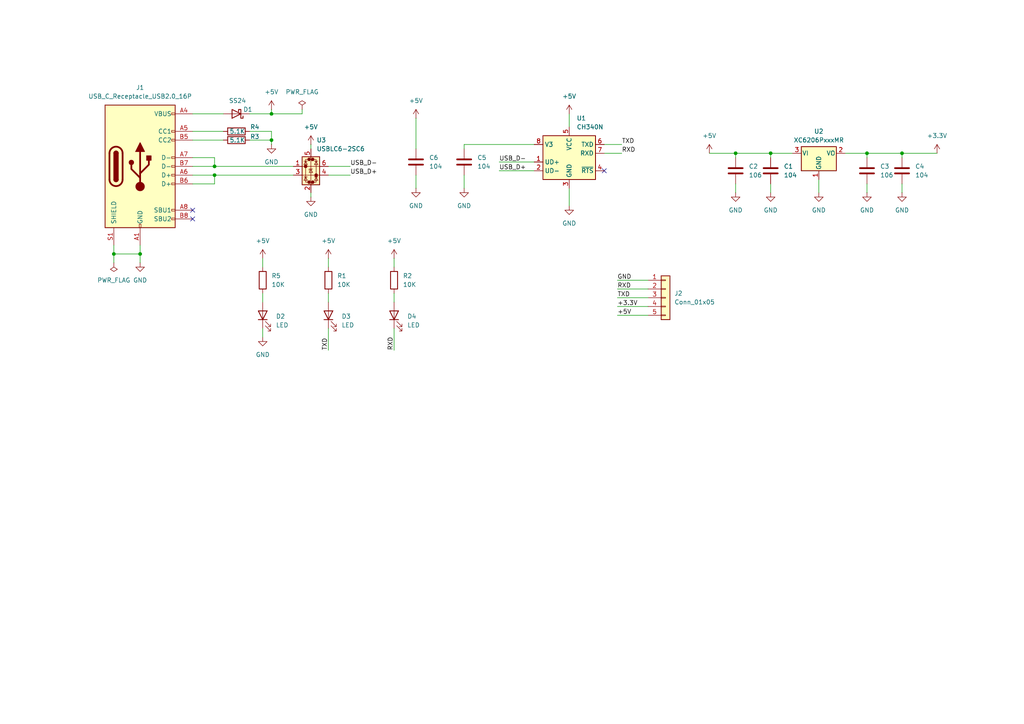
<source format=kicad_sch>
(kicad_sch (version 20250114) (generator "eeschema") (generator_version "9.0")
  (paper "A4")
  (title_block (title "USB_TTL"))
  (lib_symbols
    (symbol "Connector:USB_C_Receptacle_USB2.0_16P" (pin_names (offset 1.016))
      (property "Reference" "J" (at 0 22.225 0))
      (property "Value" "USB_C_Receptacle_USB2.0_16P" (at 0 19.685 0))
      (symbol "USB_C_Receptacle_USB2.0_16P_0_0"
        (rectangle (start -0.254 -17.78) (end 0.254 -16.764))
        (rectangle (start 10.16 15.494) (end 9.144 14.986))
        (rectangle (start 10.16 10.414) (end 9.144 9.906))
        (rectangle (start 10.16 7.874) (end 9.144 7.366))
        (rectangle (start 10.16 2.794) (end 9.144 2.286))
        (rectangle (start 10.16 0.254) (end 9.144 -0.254))
        (rectangle (start 10.16 -2.286) (end 9.144 -2.794))
        (rectangle (start 10.16 -4.826) (end 9.144 -5.334))
        (rectangle (start 10.16 -12.446) (end 9.144 -12.954))
        (rectangle (start 10.16 -14.986) (end 9.144 -15.494))
      )
      (symbol "USB_C_Receptacle_USB2.0_16P_0_1"
        (rectangle (start -10.16 17.78) (end 10.16 -17.78) (stroke (width 0.254)) (fill (type background)))
        (polyline (pts (xy -8.89 -3.81) (xy -8.89 3.81)) (stroke (width 0.508)))
        (rectangle (start -7.62 -3.81) (end -6.35 3.81) (stroke (width 0.254)) (fill (type outline)))
        (arc (start -7.62 3.81) (mid -6.985 4.4423) (end -6.35 3.81) (stroke (width 0.254)))
        (arc (start -7.62 3.81) (mid -6.985 4.4423) (end -6.35 3.81) (stroke (width 0.254)) (fill (type outline)))
        (arc (start -8.89 3.81) (mid -6.985 5.7067) (end -5.08 3.81) (stroke (width 0.508)))
        (arc (start -5.08 -3.81) (mid -6.985 -5.7067) (end -8.89 -3.81) (stroke (width 0.508)))
        (arc (start -6.35 -3.81) (mid -6.985 -4.4423) (end -7.62 -3.81) (stroke (width 0.254)))
        (arc (start -6.35 -3.81) (mid -6.985 -4.4423) (end -7.62 -3.81) (stroke (width 0.254)) (fill (type outline)))
        (polyline (pts (xy -5.08 3.81) (xy -5.08 -3.81)) (stroke (width 0.508)))
        (circle (center -2.54 1.143) (radius 0.635) (stroke (width 0.254)) (fill (type outline)))
        (polyline (pts (xy -1.27 4.318) (xy 0 6.858) (xy 1.27 4.318) (xy -1.27 4.318)) (stroke (width 0.254)) (fill (type outline)))
        (polyline (pts (xy 0 -2.032) (xy 2.54 0.508) (xy 2.54 1.778)) (stroke (width 0.508)))
        (polyline (pts (xy 0 -3.302) (xy -2.54 -0.762) (xy -2.54 0.508)) (stroke (width 0.508)))
        (polyline (pts (xy 0 -5.842) (xy 0 4.318)) (stroke (width 0.508)))
        (circle (center 0 -5.842) (radius 1.27) (fill (type outline)))
        (rectangle (start 1.905 1.778) (end 3.175 3.048) (stroke (width 0.254)) (fill (type outline)))
      )
      (symbol "USB_C_Receptacle_USB2.0_16P_1_1"
        (pin passive line (at -7.62 -22.86 90) (length 5.08) (name "SHIELD") (number "S1"))
        (pin passive line (at 0 -22.86 90) (length 5.08) (name "GND") (number "A1"))
        (pin passive line (at 0 -22.86 90) (length 5.08) (hide yes) (name "GND") (number "A12"))
        (pin passive line (at 0 -22.86 90) (length 5.08) (hide yes) (name "GND") (number "B1"))
        (pin passive line (at 0 -22.86 90) (length 5.08) (hide yes) (name "GND") (number "B12"))
        (pin passive line (at 15.24 15.24 180) (length 5.08) (name "VBUS") (number "A4"))
        (pin passive line (at 15.24 15.24 180) (length 5.08) (hide yes) (name "VBUS") (number "A9"))
        (pin passive line (at 15.24 15.24 180) (length 5.08) (hide yes) (name "VBUS") (number "B4"))
        (pin passive line (at 15.24 15.24 180) (length 5.08) (hide yes) (name "VBUS") (number "B9"))
        (pin bidirectional line (at 15.24 10.16 180) (length 5.08) (name "CC1") (number "A5"))
        (pin bidirectional line (at 15.24 7.62 180) (length 5.08) (name "CC2") (number "B5"))
        (pin bidirectional line (at 15.24 2.54 180) (length 5.08) (name "D-") (number "A7"))
        (pin bidirectional line (at 15.24 0 180) (length 5.08) (name "D-") (number "B7"))
        (pin bidirectional line (at 15.24 -2.54 180) (length 5.08) (name "D+") (number "A6"))
        (pin bidirectional line (at 15.24 -5.08 180) (length 5.08) (name "D+") (number "B6"))
        (pin bidirectional line (at 15.24 -12.7 180) (length 5.08) (name "SBU1") (number "A8"))
        (pin bidirectional line (at 15.24 -15.24 180) (length 5.08) (name "SBU2") (number "B8"))
      )
    )
    (symbol "Connector_Generic:Conn_01x05" (pin_names (offset 1.016) (hide yes))
      (property "Reference" "J" (at 0 7.62 0))
      (property "Value" "Conn_01x05" (at 0 -7.62 0))
      (symbol "Conn_01x05_1_1"
        (rectangle (start -1.27 6.35) (end 1.27 -6.35) (stroke (width 0.254)) (fill (type background)))
        (rectangle (start -1.27 5.207) (end 0 4.953) (stroke (width 0.1524)))
        (rectangle (start -1.27 2.667) (end 0 2.413) (stroke (width 0.1524)))
        (rectangle (start -1.27 0.127) (end 0 -0.127) (stroke (width 0.1524)))
        (rectangle (start -1.27 -2.413) (end 0 -2.667) (stroke (width 0.1524)))
        (rectangle (start -1.27 -4.953) (end 0 -5.207) (stroke (width 0.1524)))
        (pin passive line (at -5.08 5.08 0) (length 3.81) (name "Pin_1") (number "1"))
        (pin passive line (at -5.08 2.54 0) (length 3.81) (name "Pin_2") (number "2"))
        (pin passive line (at -5.08 0 0) (length 3.81) (name "Pin_3") (number "3"))
        (pin passive line (at -5.08 -2.54 0) (length 3.81) (name "Pin_4") (number "4"))
        (pin passive line (at -5.08 -5.08 0) (length 3.81) (name "Pin_5") (number "5"))
      )
    )
    (symbol "Device:C" (pin_numbers (hide yes)) (pin_names (offset 0.254))
      (property "Reference" "C" (at 0.635 2.54 0))
      (property "Value" "C" (at 0.635 -2.54 0))
      (symbol "C_0_1"
        (polyline (pts (xy -2.032 0.762) (xy 2.032 0.762)) (stroke (width 0.508)))
        (polyline (pts (xy -2.032 -0.762) (xy 2.032 -0.762)) (stroke (width 0.508)))
      )
      (symbol "C_1_1"
        (pin passive line (at 0 3.81 270) (length 2.794) (name "~") (number "1"))
        (pin passive line (at 0 -3.81 90) (length 2.794) (name "~") (number "2"))
      )
    )
    (symbol "Device:LED" (pin_numbers (hide yes)) (pin_names (offset 1.016) (hide yes))
      (property "Reference" "D" (at 0 2.54 0))
      (property "Value" "LED" (at 0 -2.54 0))
      (symbol "LED_0_1"
        (polyline (pts (xy -3.048 -0.762) (xy -4.572 -2.286) (xy -3.81 -2.286) (xy -4.572 -2.286) (xy -4.572 -1.524)))
        (polyline (pts (xy -1.778 -0.762) (xy -3.302 -2.286) (xy -2.54 -2.286) (xy -3.302 -2.286) (xy -3.302 -1.524)))
        (polyline (pts (xy -1.27 0) (xy 1.27 0)))
        (polyline (pts (xy -1.27 -1.27) (xy -1.27 1.27)) (stroke (width 0.254)))
        (polyline (pts (xy 1.27 -1.27) (xy 1.27 1.27) (xy -1.27 0) (xy 1.27 -1.27)) (stroke (width 0.254)))
      )
      (symbol "LED_1_1"
        (pin passive line (at -3.81 0 0) (length 2.54) (name "K") (number "1"))
        (pin passive line (at 3.81 0 180) (length 2.54) (name "A") (number "2"))
      )
    )
    (symbol "Device:R" (pin_numbers (hide yes)) (pin_names (offset 0))
      (property "Reference" "R" (at 2.032 0 90))
      (property "Value" "R" (at 0 0 90))
      (symbol "R_0_1"
        (rectangle (start -1.016 -2.54) (end 1.016 2.54) (stroke (width 0.254)))
      )
      (symbol "R_1_1"
        (pin passive line (at 0 3.81 270) (length 1.27) (name "~") (number "1"))
        (pin passive line (at 0 -3.81 90) (length 1.27) (name "~") (number "2"))
      )
    )
    (symbol "Diode:SS24" (pin_numbers (hide yes)) (pin_names (offset 1.016) (hide yes))
      (property "Reference" "D" (at 0 2.54 0))
      (property "Value" "SS24" (at 0 -2.54 0))
      (symbol "SS24_0_1"
        (polyline (pts (xy -1.905 0.635) (xy -1.905 1.27) (xy -1.27 1.27) (xy -1.27 -1.27) (xy -0.635 -1.27) (xy -0.635 -0.635)) (stroke (width 0.254)))
        (polyline (pts (xy 1.27 1.27) (xy 1.27 -1.27) (xy -1.27 0) (xy 1.27 1.27)) (stroke (width 0.254)))
        (polyline (pts (xy 1.27 0) (xy -1.27 0)))
      )
      (symbol "SS24_1_1"
        (pin passive line (at -3.81 0 0) (length 2.54) (name "K") (number "1"))
        (pin passive line (at 3.81 0 180) (length 2.54) (name "A") (number "2"))
      )
    )
    (symbol "Interface_USB:CH340N"
      (property "Reference" "U" (at -7.62 6.35 0))
      (property "Value" "CH340N" (at 7.62 6.35 0))
      (symbol "CH340N_0_1"
        (rectangle (start -7.62 5.08) (end 7.62 -7.62) (stroke (width 0.254)) (fill (type background)))
      )
      (symbol "CH340N_1_1"
        (pin passive line (at -10.16 2.54 0) (length 2.54) (name "V3") (number "8"))
        (pin bidirectional line (at -10.16 -2.54 0) (length 2.54) (name "UD+") (number "1"))
        (pin bidirectional line (at -10.16 -5.08 0) (length 2.54) (name "UD-") (number "2"))
        (pin power_in line (at 0 7.62 270) (length 2.54) (name "VCC") (number "5"))
        (pin power_in line (at 0 -10.16 90) (length 2.54) (name "GND") (number "3"))
        (pin output line (at 10.16 2.54 180) (length 2.54) (name "TXD") (number "6"))
        (pin input line (at 10.16 0 180) (length 2.54) (name "RXD") (number "7"))
        (pin output line (at 10.16 -5.08 180) (length 2.54) (name "~{RTS}") (number "4"))
      )
    )
    (symbol "Power_Protection:USBLC6-2SC6" (pin_names (hide yes))
      (property "Reference" "U" (at 0.635 5.715 0))
      (property "Value" "USBLC6-2SC6" (at 0.635 3.81 0))
      (symbol "USBLC6-2SC6_0_0"
        (circle (center -1.524 0) (radius 0.0001) (stroke (width 0.508)))
        (circle (center -0.508 2.032) (radius 0.0001) (stroke (width 0.508)))
        (circle (center -0.508 -4.572) (radius 0.0001) (stroke (width 0.508)))
        (circle (center 0.508 2.032) (radius 0.0001) (stroke (width 0.508)))
        (circle (center 0.508 -4.572) (radius 0.0001) (stroke (width 0.508)))
        (circle (center 1.524 -2.54) (radius 0.0001) (stroke (width 0.508)))
      )
      (symbol "USBLC6-2SC6_0_1"
        (polyline (pts (xy -2.54 0) (xy 2.54 0)))
        (polyline (pts (xy -2.54 -2.54) (xy 2.54 -2.54)))
        (polyline (pts (xy -2.032 0.508) (xy -1.016 0.508) (xy -1.524 1.524) (xy -2.032 0.508)))
        (polyline (pts (xy -2.032 -3.048) (xy -1.016 -3.048)))
        (polyline (pts (xy -1.016 1.524) (xy -2.032 1.524)))
        (polyline (pts (xy -1.016 -4.064) (xy -2.032 -4.064) (xy -1.524 -3.048) (xy -1.016 -4.064)))
        (polyline (pts (xy -0.508 -1.143) (xy -0.508 -0.762) (xy 0.508 -0.762)))
        (polyline (pts (xy 0 2.54) (xy -0.508 2.032) (xy 0.508 2.032) (xy 0 1.524) (xy 0 -4.064) (xy -0.508 -4.572) (xy 0.508 -4.572) (xy 0 -5.08)))
        (polyline (pts (xy 0.508 -1.778) (xy -0.508 -1.778) (xy 0 -0.762) (xy 0.508 -1.778)))
        (polyline (pts (xy 1.016 1.524) (xy 2.032 1.524)))
        (polyline (pts (xy 1.016 -3.048) (xy 2.032 -3.048)))
        (polyline (pts (xy 2.032 0.508) (xy 1.016 0.508) (xy 1.524 1.524) (xy 2.032 0.508)))
        (polyline (pts (xy 2.032 -4.064) (xy 1.016 -4.064) (xy 1.524 -3.048) (xy 2.032 -4.064)))
      )
      (symbol "USBLC6-2SC6_1_1"
        (rectangle (start -2.54 2.794) (end 2.54 -5.334) (stroke (width 0.254)) (fill (type background)))
        (polyline (pts (xy -0.508 2.032) (xy -1.524 2.032) (xy -1.524 -4.572) (xy -0.508 -4.572)))
        (polyline (pts (xy 0.508 -4.572) (xy 1.524 -4.572) (xy 1.524 2.032) (xy 0.508 2.032)))
        (pin passive line (at -5.08 0 0) (length 2.54) (name "I/O1") (number "1"))
        (pin passive line (at -5.08 -2.54 0) (length 2.54) (name "I/O2") (number "3"))
        (pin passive line (at 0 5.08 270) (length 2.54) (name "VBUS") (number "5"))
        (pin passive line (at 0 -7.62 90) (length 2.54) (name "GND") (number "2"))
        (pin passive line (at 5.08 0 180) (length 2.54) (name "I/O1") (number "6"))
        (pin passive line (at 5.08 -2.54 180) (length 2.54) (name "I/O2") (number "4"))
      )
    )
    (symbol "Regulator_Linear:XC6206PxxxMR" (pin_names (offset 0.254))
      (property "Reference" "U" (at -3.81 3.175 0))
      (property "Value" "XC6206PxxxMR" (at 0 3.175 0))
      (symbol "XC6206PxxxMR_0_1"
        (rectangle (start -5.08 1.905) (end 5.08 -5.08) (stroke (width 0.254)) (fill (type background)))
      )
      (symbol "XC6206PxxxMR_1_1"
        (pin power_in line (at -7.62 0 0) (length 2.54) (name "VI") (number "3"))
        (pin power_in line (at 0 -7.62 90) (length 2.54) (name "GND") (number "1"))
        (pin power_out line (at 7.62 0 180) (length 2.54) (name "VO") (number "2"))
      )
    )
    (symbol "power:+3.3V" (power) (pin_numbers (hide yes)) (pin_names (offset 0) (hide yes))
      (property "Value" "+3.3V" (at 0 3.556 0))
      (symbol "+3.3V_0_1"
        (polyline (pts (xy -0.762 1.27) (xy 0 2.54)))
        (polyline (pts (xy 0 2.54) (xy 0.762 1.27)))
        (polyline (pts (xy 0 0) (xy 0 2.54)))
      )
      (symbol "+3.3V_1_1"
        (pin power_in line (at 0 0 90) (length 0) (name "~") (number "1"))
      )
    )
    (symbol "power:+5V" (power) (pin_numbers (hide yes)) (pin_names (offset 0) (hide yes))
      (property "Value" "+5V" (at 0 3.556 0))
      (symbol "+5V_0_1"
        (polyline (pts (xy -0.762 1.27) (xy 0 2.54)))
        (polyline (pts (xy 0 2.54) (xy 0.762 1.27)))
        (polyline (pts (xy 0 0) (xy 0 2.54)))
      )
      (symbol "+5V_1_1"
        (pin power_in line (at 0 0 90) (length 0) (name "~") (number "1"))
      )
    )
    (symbol "power:GND" (power) (pin_numbers (hide yes)) (pin_names (offset 0) (hide yes))
      (property "Value" "GND" (at 0 -3.81 0))
      (symbol "GND_0_1"
        (polyline (pts (xy 0 0) (xy 0 -1.27) (xy 1.27 -1.27) (xy 0 -2.54) (xy -1.27 -1.27) (xy 0 -1.27)))
      )
      (symbol "GND_1_1"
        (pin power_in line (at 0 0 270) (length 0) (name "~") (number "1"))
      )
    )
    (symbol "power:PWR_FLAG" (power) (pin_numbers (hide yes)) (pin_names (offset 0) (hide yes))
      (property "Value" "PWR_FLAG" (at 0 3.81 0))
      (symbol "PWR_FLAG_0_0"
        (pin power_out line (at 0 0 90) (length 0) (name "~") (number "1"))
      )
      (symbol "PWR_FLAG_0_1"
        (polyline (pts (xy 0 0) (xy 0 1.27) (xy -1.016 1.905) (xy 0 2.54) (xy 1.016 1.905) (xy 0 1.27)))
      )
    )
  )
  (junction (at 223.52 44.45))
  (junction (at 213.36 44.45))
  (junction (at 78.74 40.64))
  (junction (at 78.74 33.02))
  (junction (at 33.02 73.66))
  (junction (at 62.23 50.8))
  (junction (at 251.46 44.45))
  (junction (at 261.62 44.45))
  (junction (at 40.64 73.66))
  (junction (at 62.23 48.26))
  (no_connect (at 55.88 63.5))
  (no_connect (at 175.26 49.53))
  (no_connect (at 55.88 60.96))
  (wire (pts (xy 78.74 40.64) (xy 78.74 41.91)))
  (wire (pts (xy 33.02 76.2) (xy 33.02 73.66)))
  (wire (pts (xy 55.88 33.02) (xy 64.77 33.02)))
  (wire (pts (xy 114.3 95.25) (xy 114.3 101.6)))
  (wire (pts (xy 165.1 33.02) (xy 165.1 36.83)))
  (wire (pts (xy 114.3 74.93) (xy 114.3 77.47)))
  (wire (pts (xy 78.74 31.75) (xy 78.74 33.02)))
  (wire (pts (xy 144.78 49.53) (xy 154.94 49.53)))
  (wire (pts (xy 134.62 41.91) (xy 134.62 43.18)))
  (wire (pts (xy 179.07 81.28) (xy 187.96 81.28)))
  (wire (pts (xy 261.62 55.88) (xy 261.62 53.34)))
  (wire (pts (xy 213.36 44.45) (xy 213.36 45.72)))
  (wire (pts (xy 251.46 55.88) (xy 251.46 53.34)))
  (wire (pts (xy 237.49 52.07) (xy 237.49 55.88)))
  (wire (pts (xy 62.23 48.26) (xy 85.09 48.26)))
  (wire (pts (xy 95.25 50.8) (xy 101.6 50.8)))
  (wire (pts (xy 213.36 44.45) (xy 223.52 44.45)))
  (wire (pts (xy 179.07 91.44) (xy 187.96 91.44)))
  (wire (pts (xy 95.25 48.26) (xy 101.6 48.26)))
  (wire (pts (xy 223.52 55.88) (xy 223.52 53.34)))
  (wire (pts (xy 87.63 31.75) (xy 87.63 33.02)))
  (wire (pts (xy 95.25 95.25) (xy 95.25 101.6)))
  (wire (pts (xy 62.23 50.8) (xy 85.09 50.8)))
  (wire (pts (xy 261.62 44.45) (xy 271.78 44.45)))
  (wire (pts (xy 251.46 44.45) (xy 251.46 45.72)))
  (wire (pts (xy 179.07 83.82) (xy 187.96 83.82)))
  (wire (pts (xy 165.1 59.69) (xy 165.1 54.61)))
  (wire (pts (xy 205.74 44.45) (xy 213.36 44.45)))
  (wire (pts (xy 33.02 71.12) (xy 33.02 73.66)))
  (wire (pts (xy 90.17 57.15) (xy 90.17 55.88)))
  (wire (pts (xy 251.46 44.45) (xy 261.62 44.45)))
  (wire (pts (xy 55.88 45.72) (xy 62.23 45.72)))
  (wire (pts (xy 245.11 44.45) (xy 251.46 44.45)))
  (wire (pts (xy 33.02 73.66) (xy 40.64 73.66)))
  (wire (pts (xy 95.25 74.93) (xy 95.25 77.47)))
  (wire (pts (xy 95.25 85.09) (xy 95.25 87.63)))
  (wire (pts (xy 213.36 55.88) (xy 213.36 53.34)))
  (wire (pts (xy 76.2 74.93) (xy 76.2 77.47)))
  (wire (pts (xy 114.3 85.09) (xy 114.3 87.63)))
  (wire (pts (xy 55.88 40.64) (xy 64.77 40.64)))
  (wire (pts (xy 261.62 44.45) (xy 261.62 45.72)))
  (wire (pts (xy 55.88 38.1) (xy 64.77 38.1)))
  (wire (pts (xy 55.88 48.26) (xy 62.23 48.26)))
  (wire (pts (xy 55.88 53.34) (xy 62.23 53.34)))
  (wire (pts (xy 175.26 41.91) (xy 180.34 41.91)))
  (wire (pts (xy 223.52 44.45) (xy 223.52 45.72)))
  (wire (pts (xy 87.63 33.02) (xy 78.74 33.02)))
  (wire (pts (xy 90.17 41.91) (xy 90.17 43.18)))
  (wire (pts (xy 72.39 33.02) (xy 78.74 33.02)))
  (wire (pts (xy 144.78 46.99) (xy 154.94 46.99)))
  (wire (pts (xy 78.74 38.1) (xy 78.74 40.64)))
  (wire (pts (xy 154.94 41.91) (xy 134.62 41.91)))
  (wire (pts (xy 120.65 34.29) (xy 120.65 43.18)))
  (wire (pts (xy 62.23 53.34) (xy 62.23 50.8)))
  (wire (pts (xy 55.88 50.8) (xy 62.23 50.8)))
  (wire (pts (xy 72.39 40.64) (xy 78.74 40.64)))
  (wire (pts (xy 76.2 85.09) (xy 76.2 87.63)))
  (wire (pts (xy 179.07 86.36) (xy 187.96 86.36)))
  (wire (pts (xy 134.62 54.61) (xy 134.62 50.8)))
  (wire (pts (xy 40.64 73.66) (xy 40.64 76.2)))
  (wire (pts (xy 76.2 95.25) (xy 76.2 97.79)))
  (wire (pts (xy 120.65 54.61) (xy 120.65 50.8)))
  (wire (pts (xy 62.23 48.26) (xy 62.23 45.72)))
  (wire (pts (xy 175.26 44.45) (xy 180.34 44.45)))
  (wire (pts (xy 223.52 44.45) (xy 229.87 44.45)))
  (wire (pts (xy 40.64 71.12) (xy 40.64 73.66)))
  (wire (pts (xy 72.39 38.1) (xy 78.74 38.1)))
  (wire (pts (xy 179.07 88.9) (xy 187.96 88.9)))
  (label "USB_D+" (at 101.6 50.8 0))
  (label "RXD" (at 114.3 101.6 90))
  (label "TXD" (at 180.34 41.91 0))
  (label "TXD" (at 95.25 101.6 90))
  (label "+3.3V" (at 179.07 88.9 0))
  (label "USB_D-" (at 144.78 46.99 0))
  (label "USB_D-" (at 101.6 48.26 0))
  (label "GND" (at 179.07 81.28 0))
  (label "RXD" (at 179.07 83.82 0))
  (label "TXD" (at 179.07 86.36 0))
  (label "RXD" (at 180.34 44.45 0))
  (label "+5V" (at 179.07 91.44 0))
  (label "USB_D+" (at 144.78 49.53 0))
  (symbol (lib_id "Device:R") (at 68.58 38.1 90) (unit 1)
    (property "Reference" "R4" (at 73.914 36.83 90))
    (property "Value" "5.1K" (at 68.834 38.1 90))
    (property "Footprint" "Resistor_SMD:R_0603_1608Metric" (effects (hide yes)))
    (property "Description" "Resistor" (effects (hide yes)))
  )
  (symbol (lib_id "power:+5V") (at 78.74 31.75 0) (unit 1)
    (property "Reference" "#PWR08" (effects (hide yes)))
    (property "Value" "+5V" (at 78.74 26.67 0))
    (property "Description" "Power symbol creates a global label with name \"+5V\"" (effects (hide yes)))
  )
  (symbol (lib_id "Device:LED") (at 114.3 91.44 90) (unit 1)
    (property "Reference" "D4" (at 118.11 91.7574 90) (effects (justify right)))
    (property "Value" "LED" (at 118.11 94.2974 90) (effects (justify right)))
    (property "Footprint" "LED_SMD:LED_0603_1608Metric" (effects (hide yes)))
    (property "Description" "Light emitting diode" (effects (hide yes)))
    (property "Sim.Pins" "1=K 2=A" (effects (hide yes)))
  )
  (symbol (lib_id "Device:R") (at 95.25 81.28 0) (unit 1)
    (property "Reference" "R1" (at 97.79 80.0099 0) (effects (justify left)))
    (property "Value" "10K" (at 97.79 82.55 0) (effects (justify left)))
    (property "Footprint" "Resistor_SMD:R_0603_1608Metric" (effects (hide yes)))
    (property "Description" "Resistor" (effects (hide yes)))
  )
  (symbol (lib_id "power:GND") (at 237.49 55.88 0) (unit 1)
    (property "Reference" "#PWR018" (effects (hide yes)))
    (property "Value" "GND" (at 237.49 60.96 0))
    (property "Description" "Power symbol creates a global label with name \"GND\" , ground" (effects (hide yes)))
  )
  (symbol (lib_id "Device:C") (at 261.62 49.53 0) (unit 1)
    (property "Reference" "C4" (at 265.43 48.2599 0) (effects (justify left)))
    (property "Value" "104" (at 265.43 50.7999 0) (effects (justify left)))
    (property "Footprint" "Capacitor_SMD:C_0603_1608Metric" (effects (hide yes)))
    (property "Description" "Unpolarized capacitor" (effects (hide yes)))
  )
  (symbol (lib_id "power:PWR_FLAG") (at 33.02 76.2 180) (unit 1)
    (property "Reference" "#FLG02" (effects (hide yes)))
    (property "Value" "PWR_FLAG" (at 33.02 81.28 0))
    (property "Description" "Special symbol for telling ERC where power comes from" (effects (hide yes)))
  )
  (symbol (lib_id "power:PWR_FLAG") (at 87.63 31.75 0) (unit 1)
    (property "Reference" "#FLG01" (effects (hide yes)))
    (property "Value" "PWR_FLAG" (at 87.63 26.67 0))
    (property "Description" "Special symbol for telling ERC where power comes from" (effects (hide yes)))
  )
  (symbol (lib_id "power:+5V") (at 95.25 74.93 0) (unit 1)
    (property "Reference" "#PWR020" (effects (hide yes)))
    (property "Value" "+5V" (at 95.25 69.85 0))
    (property "Description" "Power symbol creates a global label with name \"+5V\"" (effects (hide yes)))
  )
  (symbol (lib_id "Connector_Generic:Conn_01x05") (at 193.04 86.36 0) (unit 1)
    (property "Reference" "J2" (at 195.58 85.0899 0) (effects (justify left)))
    (property "Value" "Conn_01x05" (at 195.58 87.6299 0) (effects (justify left)))
    (property "Footprint" "Connector_PinHeader_2.54mm:PinHeader_1x05_P2.54mm_Vertical" (effects (hide yes)))
    (property "Description" "Generic connector, single row, 01x05, script generated (kicad-library-utils/schlib/autogen/connector/)" (effects (hide yes)))
  )
  (symbol (lib_id "power:+5V") (at 76.2 74.93 0) (unit 1)
    (property "Reference" "#PWR010" (effects (hide yes)))
    (property "Value" "+5V" (at 76.2 69.85 0))
    (property "Description" "Power symbol creates a global label with name \"+5V\"" (effects (hide yes)))
  )
  (symbol (lib_id "Device:LED") (at 95.25 91.44 90) (unit 1)
    (property "Reference" "D3" (at 99.06 91.7574 90) (effects (justify right)))
    (property "Value" "LED" (at 99.06 94.2974 90) (effects (justify right)))
    (property "Footprint" "LED_SMD:LED_0603_1608Metric" (effects (hide yes)))
    (property "Description" "Light emitting diode" (effects (hide yes)))
    (property "Sim.Pins" "1=K 2=A" (effects (hide yes)))
  )
  (symbol (lib_id "power:GND") (at 78.74 41.91 0) (unit 1)
    (property "Reference" "#PWR02" (effects (hide yes)))
    (property "Value" "GND" (at 78.74 46.99 0))
    (property "Description" "Power symbol creates a global label with name \"GND\" , ground" (effects (hide yes)))
  )
  (symbol (lib_id "power:GND") (at 213.36 55.88 0) (unit 1)
    (property "Reference" "#PWR012" (effects (hide yes)))
    (property "Value" "GND" (at 213.36 60.96 0))
    (property "Description" "Power symbol creates a global label with name \"GND\" , ground" (effects (hide yes)))
  )
  (symbol (lib_id "power:GND") (at 120.65 54.61 0) (unit 1)
    (property "Reference" "#PWR03" (effects (hide yes)))
    (property "Value" "GND" (at 120.65 59.69 0))
    (property "Description" "Power symbol creates a global label with name \"GND\" , ground" (effects (hide yes)))
  )
  (symbol (lib_id "power:+5V") (at 120.65 34.29 0) (unit 1)
    (property "Reference" "#PWR06" (effects (hide yes)))
    (property "Value" "+5V" (at 120.65 29.21 0))
    (property "Description" "Power symbol creates a global label with name \"+5V\"" (effects (hide yes)))
  )
  (symbol (lib_id "Connector:USB_C_Receptacle_USB2.0_16P") (at 40.64 48.26 0) (unit 1)
    (property "Reference" "J1" (at 40.64 25.4 0))
    (property "Value" "USB_C_Receptacle_USB2.0_16P" (at 40.64 27.94 0))
    (property "Footprint" "Connector_USB:USB_C_Receptacle_Palconn_UTC16-G" (effects (hide yes)))
    (property "Datasheet" "https://www.usb.org/sites/default/files/documents/usb_type-c.zip" (effects (hide yes)))
    (property "Description" "USB 2.0-only 16P Type-C Receptacle connector" (effects (hide yes)))
  )
  (symbol (lib_id "power:GND") (at 134.62 54.61 0) (unit 1)
    (property "Reference" "#PWR04" (effects (hide yes)))
    (property "Value" "GND" (at 134.62 59.69 0))
    (property "Description" "Power symbol creates a global label with name \"GND\" , ground" (effects (hide yes)))
  )
  (symbol (lib_id "Device:LED") (at 76.2 91.44 90) (unit 1)
    (property "Reference" "D2" (at 80.01 91.7574 90) (effects (justify right)))
    (property "Value" "LED" (at 80.01 94.2974 90) (effects (justify right)))
    (property "Footprint" "LED_SMD:LED_0603_1608Metric" (effects (hide yes)))
    (property "Description" "Light emitting diode" (effects (hide yes)))
    (property "Sim.Pins" "1=K 2=A" (effects (hide yes)))
  )
  (symbol (lib_id "power:GND") (at 40.64 76.2 0) (unit 1)
    (property "Reference" "#PWR01" (effects (hide yes)))
    (property "Value" "GND" (at 40.64 81.28 0))
    (property "Description" "Power symbol creates a global label with name \"GND\" , ground" (effects (hide yes)))
  )
  (symbol (lib_id "power:+3.3V") (at 271.78 44.45 0) (unit 1)
    (property "Reference" "#PWR017" (effects (hide yes)))
    (property "Value" "+3.3V" (at 271.78 39.37 0))
    (property "Description" "Power symbol creates a global label with name \"+3.3V\"" (effects (hide yes)))
  )
  (symbol (lib_id "Regulator_Linear:XC6206PxxxMR") (at 237.49 44.45 0) (unit 1)
    (property "Reference" "U2" (at 237.49 38.1 0))
    (property "Value" "XC6206PxxxMR" (at 237.49 40.64 0))
    (property "Footprint" "Package_TO_SOT_SMD:SOT-23-3" (effects (hide yes)))
    (property "Datasheet" "https://www.torexsemi.com/file/xc6206/XC6206.pdf" (effects (hide yes)))
    (property "Description" "Positive 60-250mA Low Dropout Regulator, Fixed Output, SOT-23" (effects (hide yes)))
  )
  (symbol (lib_id "power:GND") (at 261.62 55.88 0) (unit 1)
    (property "Reference" "#PWR015" (effects (hide yes)))
    (property "Value" "GND" (at 261.62 60.96 0))
    (property "Description" "Power symbol creates a global label with name \"GND\" , ground" (effects (hide yes)))
  )
  (symbol (lib_id "power:+5V") (at 165.1 33.02 0) (unit 1)
    (property "Reference" "#PWR019" (effects (hide yes)))
    (property "Value" "+5V" (at 165.1 27.94 0))
    (property "Description" "Power symbol creates a global label with name \"+5V\"" (effects (hide yes)))
  )
  (symbol (lib_id "Device:C") (at 134.62 46.99 0) (unit 1)
    (property "Reference" "C5" (at 138.43 45.7199 0) (effects (justify left)))
    (property "Value" "104" (at 138.43 48.2599 0) (effects (justify left)))
    (property "Footprint" "Capacitor_SMD:C_0603_1608Metric" (effects (hide yes)))
    (property "Description" "Unpolarized capacitor" (effects (hide yes)))
  )
  (symbol (lib_id "Device:R") (at 114.3 81.28 0) (unit 1)
    (property "Reference" "R2" (at 116.84 80.0099 0) (effects (justify left)))
    (property "Value" "10K" (at 116.84 82.55 0) (effects (justify left)))
    (property "Footprint" "Resistor_SMD:R_0603_1608Metric" (effects (hide yes)))
    (property "Description" "Resistor" (effects (hide yes)))
  )
  (symbol (lib_id "Interface_USB:CH340N") (at 165.1 44.45 0) (unit 1)
    (property "Reference" "U1" (at 167.2433 34.29 0) (effects (justify left)))
    (property "Value" "CH340N" (at 167.2433 36.83 0) (effects (justify left)))
    (property "Footprint" "Package_SO:SOP-8_3.9x4.9mm_P1.27mm" (effects (hide yes)))
    (property "Datasheet" "https://aitendo3.sakura.ne.jp/aitendo_data/product_img/ic/inteface/CH340N/ch340n.pdf" (effects (hide yes)))
    (property "Description" "USB serial converter, 2Mbps, UART, SOP-8" (effects (hide yes)))
  )
  (symbol (lib_id "Device:C") (at 213.36 49.53 0) (unit 1)
    (property "Reference" "C2" (at 217.17 48.2599 0) (effects (justify left)))
    (property "Value" "106" (at 217.17 50.7999 0) (effects (justify left)))
    (property "Footprint" "Capacitor_SMD:C_0603_1608Metric" (effects (hide yes)))
    (property "Description" "Unpolarized capacitor" (effects (hide yes)))
  )
  (symbol (lib_id "power:GND") (at 251.46 55.88 0) (unit 1)
    (property "Reference" "#PWR014" (effects (hide yes)))
    (property "Value" "GND" (at 251.46 60.96 0))
    (property "Description" "Power symbol creates a global label with name \"GND\" , ground" (effects (hide yes)))
  )
  (symbol (lib_id "Device:C") (at 223.52 49.53 0) (unit 1)
    (property "Reference" "C1" (at 227.33 48.2599 0) (effects (justify left)))
    (property "Value" "104" (at 227.33 50.7999 0) (effects (justify left)))
    (property "Footprint" "Capacitor_SMD:C_0603_1608Metric" (effects (hide yes)))
    (property "Description" "Unpolarized capacitor" (effects (hide yes)))
  )
  (symbol (lib_id "Device:C") (at 120.65 46.99 0) (unit 1)
    (property "Reference" "C6" (at 124.46 45.7199 0) (effects (justify left)))
    (property "Value" "104" (at 124.46 48.2599 0) (effects (justify left)))
    (property "Footprint" "Capacitor_SMD:C_0603_1608Metric" (effects (hide yes)))
    (property "Description" "Unpolarized capacitor" (effects (hide yes)))
  )
  (symbol (lib_id "Device:C") (at 251.46 49.53 0) (unit 1)
    (property "Reference" "C3" (at 255.27 48.2599 0) (effects (justify left)))
    (property "Value" "106" (at 255.27 50.7999 0) (effects (justify left)))
    (property "Footprint" "Capacitor_SMD:C_0603_1608Metric" (effects (hide yes)))
    (property "Description" "Unpolarized capacitor" (effects (hide yes)))
  )
  (symbol (lib_id "power:+5V") (at 90.17 41.91 0) (unit 1)
    (property "Reference" "#PWR09" (effects (hide yes)))
    (property "Value" "+5V" (at 90.17 36.83 0))
    (property "Description" "Power symbol creates a global label with name \"+5V\"" (effects (hide yes)))
  )
  (symbol (lib_id "power:+5V") (at 114.3 74.93 0) (unit 1)
    (property "Reference" "#PWR022" (effects (hide yes)))
    (property "Value" "+5V" (at 114.3 69.85 0))
    (property "Description" "Power symbol creates a global label with name \"+5V\"" (effects (hide yes)))
  )
  (symbol (lib_id "power:GND") (at 165.1 59.69 0) (unit 1)
    (property "Reference" "#PWR05" (effects (hide yes)))
    (property "Value" "GND" (at 165.1 64.77 0))
    (property "Description" "Power symbol creates a global label with name \"GND\" , ground" (effects (hide yes)))
  )
  (symbol (lib_id "power:GND") (at 76.2 97.79 0) (unit 1)
    (property "Reference" "#PWR011" (effects (hide yes)))
    (property "Value" "GND" (at 76.2 102.87 0))
    (property "Description" "Power symbol creates a global label with name \"GND\" , ground" (effects (hide yes)))
  )
  (symbol (lib_id "power:+5V") (at 205.74 44.45 0) (unit 1)
    (property "Reference" "#PWR016" (effects (hide yes)))
    (property "Value" "+5V" (at 205.74 39.37 0))
    (property "Description" "Power symbol creates a global label with name \"+5V\"" (effects (hide yes)))
  )
  (symbol (lib_id "Power_Protection:USBLC6-2SC6") (at 90.17 48.26 0) (unit 1)
    (property "Reference" "U3" (at 91.8211 40.64 0) (effects (justify left)))
    (property "Value" "USBLC6-2SC6" (at 91.8211 43.18 0) (effects (justify left)))
    (property "Footprint" "Package_TO_SOT_SMD:SOT-23-6" (effects (hide yes)))
    (property "Datasheet" "https://www.st.com/resource/en/datasheet/usblc6-2.pdf" (effects (hide yes)))
    (property "Description" "Very low capacitance ESD protection diode, 2 data-line, SOT-23-6" (effects (hide yes)))
  )
  (symbol (lib_id "Device:R") (at 68.58 40.64 90) (unit 1)
    (property "Reference" "R3" (at 73.914 39.624 90))
    (property "Value" "5.1K" (at 68.834 40.64 90))
    (property "Footprint" "Resistor_SMD:R_0603_1608Metric" (effects (hide yes)))
    (property "Description" "Resistor" (effects (hide yes)))
  )
  (symbol (lib_id "Device:R") (at 76.2 81.28 0) (unit 1)
    (property "Reference" "R5" (at 78.74 80.0099 0) (effects (justify left)))
    (property "Value" "10K" (at 78.74 82.55 0) (effects (justify left)))
    (property "Footprint" "Resistor_SMD:R_0603_1608Metric" (effects (hide yes)))
    (property "Description" "Resistor" (effects (hide yes)))
  )
  (symbol (lib_id "power:GND") (at 90.17 57.15 0) (unit 1)
    (property "Reference" "#PWR07" (effects (hide yes)))
    (property "Value" "GND" (at 90.17 62.23 0))
    (property "Description" "Power symbol creates a global label with name \"GND\" , ground" (effects (hide yes)))
  )
  (symbol (lib_id "Diode:SS24") (at 68.58 33.02 180) (unit 1)
    (property "Reference" "D1" (at 71.882 31.75 0))
    (property "Value" "SS24" (at 68.8975 29.21 0))
    (property "Footprint" "Diode_SMD:D_SMA" (effects (hide yes)))
    (property "Datasheet" "https://www.vishay.com/docs/88748/ss22.pdf" (effects (hide yes)))
    (property "Description" "40V 2A Schottky Diode, SMA" (effects (hide yes)))
  )
  (symbol (lib_id "power:GND") (at 223.52 55.88 0) (unit 1)
    (property "Reference" "#PWR013" (effects (hide yes)))
    (property "Value" "GND" (at 223.52 60.96 0))
    (property "Description" "Power symbol creates a global label with name \"GND\" , ground" (effects (hide yes)))
  )
)
</source>
